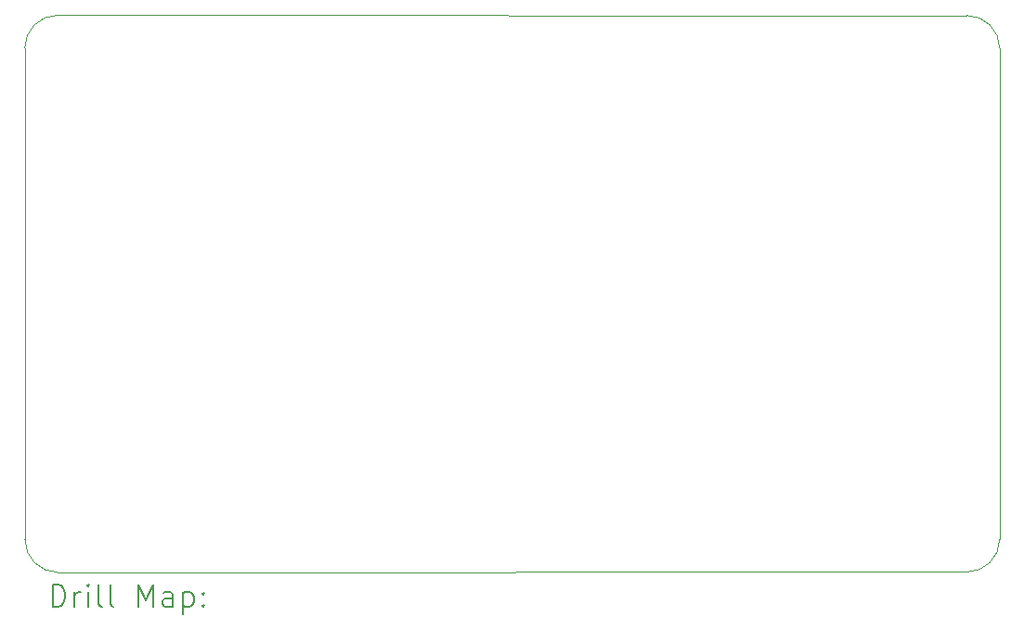
<source format=gbr>
%TF.GenerationSoftware,KiCad,Pcbnew,6.0.8+dfsg-1~bpo11+1*%
%TF.CreationDate,2022-10-27T04:09:54+08:00*%
%TF.ProjectId,SynthCard,53796e74-6843-4617-9264-2e6b69636164,rev?*%
%TF.SameCoordinates,Original*%
%TF.FileFunction,Drillmap*%
%TF.FilePolarity,Positive*%
%FSLAX45Y45*%
G04 Gerber Fmt 4.5, Leading zero omitted, Abs format (unit mm)*
G04 Created by KiCad (PCBNEW 6.0.8+dfsg-1~bpo11+1) date 2022-10-27 04:09:54*
%MOMM*%
%LPD*%
G01*
G04 APERTURE LIST*
%ADD10C,0.050000*%
%ADD11C,0.200000*%
G04 APERTURE END LIST*
D10*
X10000000Y-7800000D02*
X10002132Y-12282868D01*
X10300000Y-7500000D02*
G75*
G03*
X10000000Y-7800000I0J-300000D01*
G01*
X18592500Y-12580000D02*
X10302132Y-12582868D01*
X10002132Y-12282868D02*
G75*
G03*
X10302132Y-12582868I299998J-2D01*
G01*
X18892500Y-12280000D02*
X18892868Y-7802132D01*
X18592500Y-12580000D02*
G75*
G03*
X18892500Y-12280000I0J300000D01*
G01*
X18592868Y-7502132D02*
X10300000Y-7500000D01*
X18892868Y-7802132D02*
G75*
G03*
X18592868Y-7502132I-299998J2D01*
G01*
D11*
X10255119Y-12895844D02*
X10255119Y-12695844D01*
X10302738Y-12695844D01*
X10331310Y-12705368D01*
X10350357Y-12724416D01*
X10359881Y-12743463D01*
X10369405Y-12781558D01*
X10369405Y-12810130D01*
X10359881Y-12848225D01*
X10350357Y-12867273D01*
X10331310Y-12886320D01*
X10302738Y-12895844D01*
X10255119Y-12895844D01*
X10455119Y-12895844D02*
X10455119Y-12762511D01*
X10455119Y-12800606D02*
X10464643Y-12781558D01*
X10474167Y-12772035D01*
X10493214Y-12762511D01*
X10512262Y-12762511D01*
X10578929Y-12895844D02*
X10578929Y-12762511D01*
X10578929Y-12695844D02*
X10569405Y-12705368D01*
X10578929Y-12714892D01*
X10588452Y-12705368D01*
X10578929Y-12695844D01*
X10578929Y-12714892D01*
X10702738Y-12895844D02*
X10683690Y-12886320D01*
X10674167Y-12867273D01*
X10674167Y-12695844D01*
X10807500Y-12895844D02*
X10788452Y-12886320D01*
X10778929Y-12867273D01*
X10778929Y-12695844D01*
X11036071Y-12895844D02*
X11036071Y-12695844D01*
X11102738Y-12838701D01*
X11169405Y-12695844D01*
X11169405Y-12895844D01*
X11350357Y-12895844D02*
X11350357Y-12791082D01*
X11340833Y-12772035D01*
X11321786Y-12762511D01*
X11283690Y-12762511D01*
X11264643Y-12772035D01*
X11350357Y-12886320D02*
X11331309Y-12895844D01*
X11283690Y-12895844D01*
X11264643Y-12886320D01*
X11255119Y-12867273D01*
X11255119Y-12848225D01*
X11264643Y-12829177D01*
X11283690Y-12819654D01*
X11331309Y-12819654D01*
X11350357Y-12810130D01*
X11445595Y-12762511D02*
X11445595Y-12962511D01*
X11445595Y-12772035D02*
X11464643Y-12762511D01*
X11502738Y-12762511D01*
X11521786Y-12772035D01*
X11531309Y-12781558D01*
X11540833Y-12800606D01*
X11540833Y-12857749D01*
X11531309Y-12876796D01*
X11521786Y-12886320D01*
X11502738Y-12895844D01*
X11464643Y-12895844D01*
X11445595Y-12886320D01*
X11626548Y-12876796D02*
X11636071Y-12886320D01*
X11626548Y-12895844D01*
X11617024Y-12886320D01*
X11626548Y-12876796D01*
X11626548Y-12895844D01*
X11626548Y-12772035D02*
X11636071Y-12781558D01*
X11626548Y-12791082D01*
X11617024Y-12781558D01*
X11626548Y-12772035D01*
X11626548Y-12791082D01*
M02*

</source>
